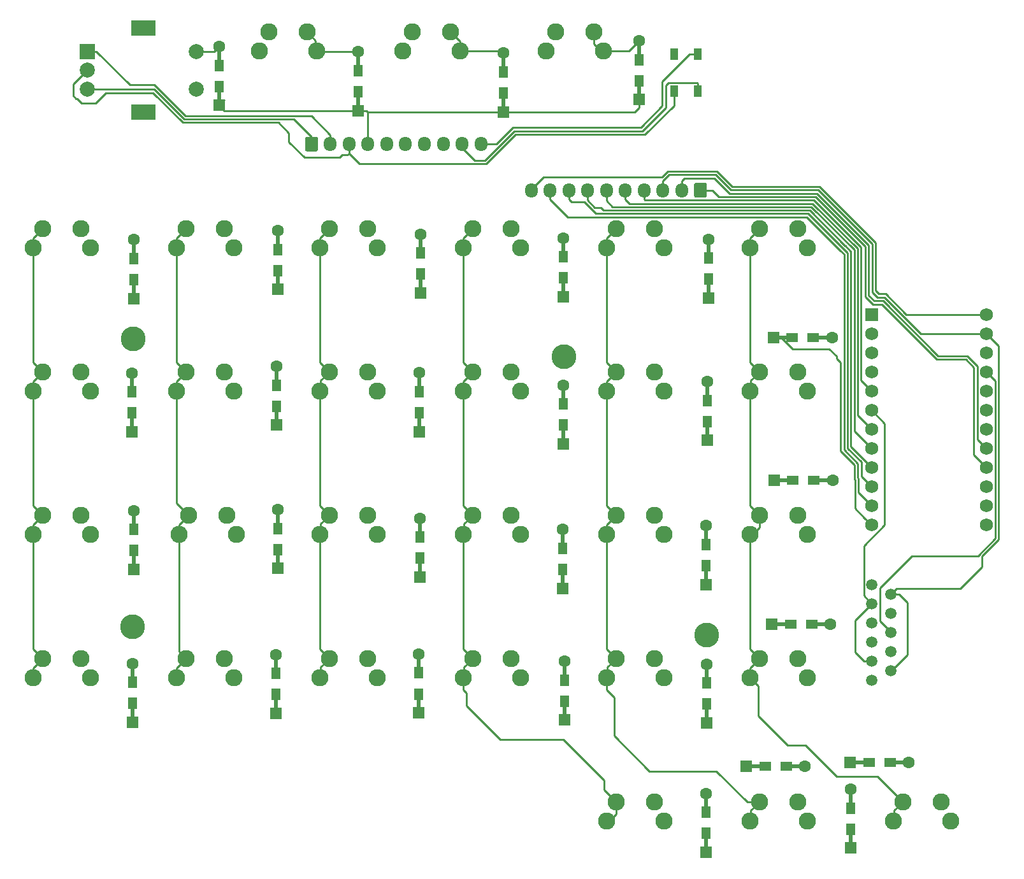
<source format=gtl>
G04 #@! TF.GenerationSoftware,KiCad,Pcbnew,(5.1.5-0-10_14)*
G04 #@! TF.CreationDate,2021-05-07T17:03:44+03:00*
G04 #@! TF.ProjectId,Sotka,536f746b-612e-46b6-9963-61645f706362,rev?*
G04 #@! TF.SameCoordinates,Original*
G04 #@! TF.FileFunction,Copper,L1,Top*
G04 #@! TF.FilePolarity,Positive*
%FSLAX46Y46*%
G04 Gerber Fmt 4.6, Leading zero omitted, Abs format (unit mm)*
G04 Created by KiCad (PCBNEW (5.1.5-0-10_14)) date 2021-05-07 17:03:44*
%MOMM*%
%LPD*%
G04 APERTURE LIST*
%ADD10C,3.300000*%
%ADD11C,1.500000*%
%ADD12R,0.500000X2.900000*%
%ADD13R,1.600000X1.600000*%
%ADD14C,1.600000*%
%ADD15R,1.200000X1.600000*%
%ADD16R,2.900000X0.500000*%
%ADD17R,1.600000X1.200000*%
%ADD18C,2.286000*%
%ADD19C,2.000000*%
%ADD20R,3.200000X2.000000*%
%ADD21R,2.000000X2.000000*%
%ADD22C,1.752600*%
%ADD23R,1.752600X1.752600*%
%ADD24O,1.700000X1.950000*%
%ADD25C,0.100000*%
%ADD26R,1.000000X1.500000*%
%ADD27C,0.250000*%
G04 APERTURE END LIST*
D10*
X100060000Y-69100000D03*
X42740000Y-104980000D03*
X42870000Y-66740000D03*
X119050000Y-106050000D03*
D11*
X143540000Y-105730000D03*
X141000000Y-112080000D03*
X141000000Y-107000000D03*
X143540000Y-108270000D03*
X143540000Y-110810000D03*
X141000000Y-109540000D03*
D12*
X42760000Y-116270000D03*
X42760000Y-111270000D03*
D13*
X42760000Y-117670000D03*
D14*
X42760000Y-109870000D03*
D15*
X42760000Y-112370000D03*
X42760000Y-115170000D03*
D12*
X42690000Y-77670000D03*
X42690000Y-72670000D03*
D13*
X42690000Y-79070000D03*
D14*
X42690000Y-71270000D03*
D15*
X42690000Y-73770000D03*
X42690000Y-76570000D03*
D12*
X42930000Y-95950000D03*
X42930000Y-90950000D03*
D13*
X42930000Y-97350000D03*
D14*
X42930000Y-89550000D03*
D15*
X42930000Y-92050000D03*
X42930000Y-94850000D03*
D12*
X42890000Y-59950000D03*
X42890000Y-54950000D03*
D13*
X42890000Y-61350000D03*
D14*
X42890000Y-53550000D03*
D15*
X42890000Y-56050000D03*
X42890000Y-58850000D03*
D12*
X61820000Y-115080000D03*
X61820000Y-110080000D03*
D13*
X61820000Y-116480000D03*
D14*
X61820000Y-108680000D03*
D15*
X61820000Y-111180000D03*
X61820000Y-113980000D03*
D12*
X61860000Y-76770000D03*
X61860000Y-71770000D03*
D13*
X61860000Y-78170000D03*
D14*
X61860000Y-70370000D03*
D15*
X61860000Y-72870000D03*
X61860000Y-75670000D03*
D12*
X62030000Y-95830000D03*
X62030000Y-90830000D03*
D13*
X62030000Y-97230000D03*
D14*
X62030000Y-89430000D03*
D15*
X62030000Y-91930000D03*
X62030000Y-94730000D03*
D12*
X62020000Y-58750000D03*
X62020000Y-53750000D03*
D13*
X62020000Y-60150000D03*
D14*
X62020000Y-52350000D03*
D15*
X62020000Y-54850000D03*
X62020000Y-57650000D03*
D12*
X80800000Y-115022500D03*
X80800000Y-110022500D03*
D13*
X80800000Y-116422500D03*
D14*
X80800000Y-108622500D03*
D15*
X80800000Y-111122500D03*
X80800000Y-113922500D03*
D12*
X118970000Y-133532500D03*
X118970000Y-128532500D03*
D13*
X118970000Y-134932500D03*
D14*
X118970000Y-127132500D03*
D15*
X118970000Y-129632500D03*
X118970000Y-132432500D03*
D12*
X80830000Y-77642500D03*
X80830000Y-72642500D03*
D13*
X80830000Y-79042500D03*
D14*
X80830000Y-71242500D03*
D15*
X80830000Y-73742500D03*
X80830000Y-76542500D03*
D12*
X80910000Y-96982500D03*
X80910000Y-91982500D03*
D13*
X80910000Y-98382500D03*
D14*
X80910000Y-90582500D03*
D15*
X80910000Y-93082500D03*
X80910000Y-95882500D03*
D12*
X80990000Y-59192500D03*
X80990000Y-54192500D03*
D13*
X80990000Y-60592500D03*
D14*
X80990000Y-52792500D03*
D15*
X80990000Y-55292500D03*
X80990000Y-58092500D03*
D12*
X100120000Y-115985000D03*
X100120000Y-110985000D03*
D13*
X100120000Y-117385000D03*
D14*
X100120000Y-109585000D03*
D15*
X100120000Y-112085000D03*
X100120000Y-114885000D03*
D12*
X138150000Y-132980000D03*
X138150000Y-127980000D03*
D13*
X138150000Y-134380000D03*
D14*
X138150000Y-126580000D03*
D15*
X138150000Y-129080000D03*
X138150000Y-131880000D03*
D12*
X99950000Y-79275000D03*
X99950000Y-74275000D03*
D13*
X99950000Y-80675000D03*
D14*
X99950000Y-72875000D03*
D15*
X99950000Y-75375000D03*
X99950000Y-78175000D03*
D12*
X99940000Y-98475000D03*
X99940000Y-93475000D03*
D13*
X99940000Y-99875000D03*
D14*
X99940000Y-92075000D03*
D15*
X99940000Y-94575000D03*
X99940000Y-97375000D03*
D12*
X99950000Y-59710000D03*
X99950000Y-54710000D03*
D13*
X99950000Y-61110000D03*
D14*
X99950000Y-53310000D03*
D15*
X99950000Y-55810000D03*
X99950000Y-58610000D03*
D12*
X119050000Y-116362500D03*
X119050000Y-111362500D03*
D13*
X119050000Y-117762500D03*
D14*
X119050000Y-109962500D03*
D15*
X119050000Y-112462500D03*
X119050000Y-115262500D03*
D16*
X139490000Y-123000000D03*
X144490000Y-123000000D03*
D13*
X138090000Y-123000000D03*
D14*
X145890000Y-123000000D03*
D17*
X143390000Y-123000000D03*
X140590000Y-123000000D03*
D12*
X119140000Y-78822500D03*
X119140000Y-73822500D03*
D13*
X119140000Y-80222500D03*
D14*
X119140000Y-72422500D03*
D15*
X119140000Y-74922500D03*
X119140000Y-77722500D03*
D12*
X118940000Y-97962500D03*
X118940000Y-92962500D03*
D13*
X118940000Y-99362500D03*
D14*
X118940000Y-91562500D03*
D15*
X118940000Y-94062500D03*
X118940000Y-96862500D03*
D12*
X119320000Y-59880000D03*
X119320000Y-54880000D03*
D13*
X119320000Y-61280000D03*
D14*
X119320000Y-53480000D03*
D15*
X119320000Y-55980000D03*
X119320000Y-58780000D03*
D16*
X125690000Y-123510000D03*
X130690000Y-123510000D03*
D13*
X124290000Y-123510000D03*
D14*
X132090000Y-123510000D03*
D17*
X129590000Y-123510000D03*
X126790000Y-123510000D03*
D16*
X129380000Y-85480000D03*
X134380000Y-85480000D03*
D13*
X127980000Y-85480000D03*
D14*
X135780000Y-85480000D03*
D17*
X133280000Y-85480000D03*
X130480000Y-85480000D03*
D16*
X129100000Y-104680000D03*
X134100000Y-104680000D03*
D13*
X127700000Y-104680000D03*
D14*
X135500000Y-104680000D03*
D17*
X133000000Y-104680000D03*
X130200000Y-104680000D03*
D16*
X129300000Y-66510000D03*
X134300000Y-66510000D03*
D13*
X127900000Y-66510000D03*
D14*
X135700000Y-66510000D03*
D17*
X133200000Y-66510000D03*
X130400000Y-66510000D03*
D18*
X29527500Y-111760000D03*
X35877500Y-109220000D03*
X30797500Y-109220000D03*
X37147500Y-111760000D03*
X29527500Y-73660000D03*
X35877500Y-71120000D03*
X30797500Y-71120000D03*
X37147500Y-73660000D03*
X29527500Y-92710000D03*
X35877500Y-90170000D03*
X30797500Y-90170000D03*
X37147500Y-92710000D03*
X48577500Y-111760000D03*
X54927500Y-109220000D03*
X49847500Y-109220000D03*
X56197500Y-111760000D03*
X48577500Y-73660000D03*
X54927500Y-71120000D03*
X49847500Y-71120000D03*
X56197500Y-73660000D03*
X48895000Y-92710000D03*
X55245000Y-90170000D03*
X50165000Y-90170000D03*
X56515000Y-92710000D03*
X48577500Y-54610000D03*
X54927500Y-52070000D03*
X49847500Y-52070000D03*
X56197500Y-54610000D03*
X67627500Y-111760000D03*
X73977500Y-109220000D03*
X68897500Y-109220000D03*
X75247500Y-111760000D03*
X105727500Y-130810000D03*
X112077500Y-128270000D03*
X106997500Y-128270000D03*
X113347500Y-130810000D03*
X67627500Y-73660000D03*
X73977500Y-71120000D03*
X68897500Y-71120000D03*
X75247500Y-73660000D03*
X67627500Y-92710000D03*
X73977500Y-90170000D03*
X68897500Y-90170000D03*
X75247500Y-92710000D03*
X67627500Y-54610000D03*
X73977500Y-52070000D03*
X68897500Y-52070000D03*
X75247500Y-54610000D03*
X86677500Y-111760000D03*
X93027500Y-109220000D03*
X87947500Y-109220000D03*
X94297500Y-111760000D03*
X124777500Y-130810000D03*
X131127500Y-128270000D03*
X126047500Y-128270000D03*
X132397500Y-130810000D03*
X86677500Y-73660000D03*
X93027500Y-71120000D03*
X87947500Y-71120000D03*
X94297500Y-73660000D03*
X86677500Y-92710000D03*
X93027500Y-90170000D03*
X87947500Y-90170000D03*
X94297500Y-92710000D03*
X86677500Y-54610000D03*
X93027500Y-52070000D03*
X87947500Y-52070000D03*
X94297500Y-54610000D03*
X105727500Y-111760000D03*
X112077500Y-109220000D03*
X106997500Y-109220000D03*
X113347500Y-111760000D03*
X143827500Y-130810000D03*
X150177500Y-128270000D03*
X145097500Y-128270000D03*
X151447500Y-130810000D03*
X105727500Y-73660000D03*
X112077500Y-71120000D03*
X106997500Y-71120000D03*
X113347500Y-73660000D03*
X105727500Y-92710000D03*
X112077500Y-90170000D03*
X106997500Y-90170000D03*
X113347500Y-92710000D03*
X105727500Y-54610000D03*
X112077500Y-52070000D03*
X106997500Y-52070000D03*
X113347500Y-54610000D03*
X124777500Y-111760000D03*
X131127500Y-109220000D03*
X126047500Y-109220000D03*
X132397500Y-111760000D03*
X124777500Y-73660000D03*
X131127500Y-71120000D03*
X126047500Y-71120000D03*
X132397500Y-73660000D03*
X124777500Y-92710000D03*
X131127500Y-90170000D03*
X126047500Y-90170000D03*
X132397500Y-92710000D03*
X124777500Y-54610000D03*
X131127500Y-52070000D03*
X126047500Y-52070000D03*
X132397500Y-54610000D03*
X29527500Y-54610000D03*
X35877500Y-52070000D03*
X30797500Y-52070000D03*
X37147500Y-54610000D03*
D19*
X51217500Y-33512500D03*
X51217500Y-28512500D03*
D20*
X44217500Y-36612500D03*
X44217500Y-25412500D03*
D19*
X36717500Y-33512500D03*
X36717500Y-31012500D03*
D21*
X36717500Y-28512500D03*
D22*
X156190000Y-63500000D03*
X140950000Y-91440000D03*
X156190000Y-66040000D03*
X156190000Y-68580000D03*
X156190000Y-71120000D03*
X156190000Y-73660000D03*
X156190000Y-76200000D03*
X156190000Y-78740000D03*
X156190000Y-81280000D03*
X156190000Y-83820000D03*
X156190000Y-86360000D03*
X156190000Y-88900000D03*
X156190000Y-91440000D03*
X140950000Y-88900000D03*
X140950000Y-86360000D03*
X140950000Y-83820000D03*
X140950000Y-81280000D03*
X140950000Y-78740000D03*
X140950000Y-76200000D03*
X140950000Y-73660000D03*
X140950000Y-71120000D03*
X140950000Y-68580000D03*
X140950000Y-66040000D03*
D23*
X140950000Y-63500000D03*
D12*
X54240000Y-34280000D03*
X54240000Y-29280000D03*
D13*
X54240000Y-35680000D03*
D14*
X54240000Y-27880000D03*
D15*
X54240000Y-30380000D03*
X54240000Y-33180000D03*
D12*
X72740000Y-34970000D03*
X72740000Y-29970000D03*
D13*
X72740000Y-36370000D03*
D14*
X72740000Y-28570000D03*
D15*
X72740000Y-31070000D03*
X72740000Y-33870000D03*
D12*
X92050000Y-35140000D03*
X92050000Y-30140000D03*
D13*
X92050000Y-36540000D03*
D14*
X92050000Y-28740000D03*
D15*
X92050000Y-31240000D03*
X92050000Y-34040000D03*
D12*
X110080000Y-33500000D03*
X110080000Y-28500000D03*
D13*
X110080000Y-34900000D03*
D14*
X110080000Y-27100000D03*
D15*
X110080000Y-29600000D03*
X110080000Y-32400000D03*
D24*
X89030000Y-40820000D03*
X86530000Y-40820000D03*
X84030000Y-40820000D03*
X81530000Y-40820000D03*
X79030000Y-40820000D03*
X76530000Y-40820000D03*
X74030000Y-40820000D03*
X71530000Y-40820000D03*
X69030000Y-40820000D03*
G04 #@! TA.AperFunction,ComponentPad*
D25*
G36*
X67154504Y-39846204D02*
G01*
X67178773Y-39849804D01*
X67202571Y-39855765D01*
X67225671Y-39864030D01*
X67247849Y-39874520D01*
X67268893Y-39887133D01*
X67288598Y-39901747D01*
X67306777Y-39918223D01*
X67323253Y-39936402D01*
X67337867Y-39956107D01*
X67350480Y-39977151D01*
X67360970Y-39999329D01*
X67369235Y-40022429D01*
X67375196Y-40046227D01*
X67378796Y-40070496D01*
X67380000Y-40095000D01*
X67380000Y-41545000D01*
X67378796Y-41569504D01*
X67375196Y-41593773D01*
X67369235Y-41617571D01*
X67360970Y-41640671D01*
X67350480Y-41662849D01*
X67337867Y-41683893D01*
X67323253Y-41703598D01*
X67306777Y-41721777D01*
X67288598Y-41738253D01*
X67268893Y-41752867D01*
X67247849Y-41765480D01*
X67225671Y-41775970D01*
X67202571Y-41784235D01*
X67178773Y-41790196D01*
X67154504Y-41793796D01*
X67130000Y-41795000D01*
X65930000Y-41795000D01*
X65905496Y-41793796D01*
X65881227Y-41790196D01*
X65857429Y-41784235D01*
X65834329Y-41775970D01*
X65812151Y-41765480D01*
X65791107Y-41752867D01*
X65771402Y-41738253D01*
X65753223Y-41721777D01*
X65736747Y-41703598D01*
X65722133Y-41683893D01*
X65709520Y-41662849D01*
X65699030Y-41640671D01*
X65690765Y-41617571D01*
X65684804Y-41593773D01*
X65681204Y-41569504D01*
X65680000Y-41545000D01*
X65680000Y-40095000D01*
X65681204Y-40070496D01*
X65684804Y-40046227D01*
X65690765Y-40022429D01*
X65699030Y-39999329D01*
X65709520Y-39977151D01*
X65722133Y-39956107D01*
X65736747Y-39936402D01*
X65753223Y-39918223D01*
X65771402Y-39901747D01*
X65791107Y-39887133D01*
X65812151Y-39874520D01*
X65834329Y-39864030D01*
X65857429Y-39855765D01*
X65881227Y-39849804D01*
X65905496Y-39846204D01*
X65930000Y-39845000D01*
X67130000Y-39845000D01*
X67154504Y-39846204D01*
G37*
G04 #@! TD.AperFunction*
D24*
X95720000Y-46950000D03*
X98220000Y-46950000D03*
X100720000Y-46950000D03*
X103220000Y-46950000D03*
X105720000Y-46950000D03*
X108220000Y-46950000D03*
X110720000Y-46950000D03*
X113220000Y-46950000D03*
X115720000Y-46950000D03*
G04 #@! TA.AperFunction,ComponentPad*
D25*
G36*
X118844504Y-45976204D02*
G01*
X118868773Y-45979804D01*
X118892571Y-45985765D01*
X118915671Y-45994030D01*
X118937849Y-46004520D01*
X118958893Y-46017133D01*
X118978598Y-46031747D01*
X118996777Y-46048223D01*
X119013253Y-46066402D01*
X119027867Y-46086107D01*
X119040480Y-46107151D01*
X119050970Y-46129329D01*
X119059235Y-46152429D01*
X119065196Y-46176227D01*
X119068796Y-46200496D01*
X119070000Y-46225000D01*
X119070000Y-47675000D01*
X119068796Y-47699504D01*
X119065196Y-47723773D01*
X119059235Y-47747571D01*
X119050970Y-47770671D01*
X119040480Y-47792849D01*
X119027867Y-47813893D01*
X119013253Y-47833598D01*
X118996777Y-47851777D01*
X118978598Y-47868253D01*
X118958893Y-47882867D01*
X118937849Y-47895480D01*
X118915671Y-47905970D01*
X118892571Y-47914235D01*
X118868773Y-47920196D01*
X118844504Y-47923796D01*
X118820000Y-47925000D01*
X117620000Y-47925000D01*
X117595496Y-47923796D01*
X117571227Y-47920196D01*
X117547429Y-47914235D01*
X117524329Y-47905970D01*
X117502151Y-47895480D01*
X117481107Y-47882867D01*
X117461402Y-47868253D01*
X117443223Y-47851777D01*
X117426747Y-47833598D01*
X117412133Y-47813893D01*
X117399520Y-47792849D01*
X117389030Y-47770671D01*
X117380765Y-47747571D01*
X117374804Y-47723773D01*
X117371204Y-47699504D01*
X117370000Y-47675000D01*
X117370000Y-46225000D01*
X117371204Y-46200496D01*
X117374804Y-46176227D01*
X117380765Y-46152429D01*
X117389030Y-46129329D01*
X117399520Y-46107151D01*
X117412133Y-46086107D01*
X117426747Y-46066402D01*
X117443223Y-46048223D01*
X117461402Y-46031747D01*
X117481107Y-46017133D01*
X117502151Y-46004520D01*
X117524329Y-45994030D01*
X117547429Y-45985765D01*
X117571227Y-45979804D01*
X117595496Y-45976204D01*
X117620000Y-45975000D01*
X118820000Y-45975000D01*
X118844504Y-45976204D01*
G37*
G04 #@! TD.AperFunction*
D18*
X59602500Y-28472500D03*
X65952500Y-25932500D03*
X60872500Y-25932500D03*
X67222500Y-28472500D03*
X78652500Y-28472500D03*
X85002500Y-25932500D03*
X79922500Y-25932500D03*
X86272500Y-28472500D03*
X97702500Y-28472500D03*
X104052500Y-25932500D03*
X98972500Y-25932500D03*
X105322500Y-28472500D03*
D26*
X117880000Y-28900000D03*
X114680000Y-28900000D03*
X117880000Y-33800000D03*
X114680000Y-33800000D03*
D11*
X143540000Y-105735000D03*
X141000000Y-99385000D03*
X141000000Y-104465000D03*
X143540000Y-103195000D03*
X143540000Y-100655000D03*
X141000000Y-101925000D03*
D27*
X53607500Y-28512500D02*
X54240000Y-27880000D01*
X51217500Y-28512500D02*
X53607500Y-28512500D01*
X128950000Y-66510000D02*
X130500000Y-68060000D01*
X127900000Y-66510000D02*
X128950000Y-66510000D01*
X135320000Y-68060000D02*
X136299980Y-69039980D01*
X130500000Y-68060000D02*
X135320000Y-68060000D01*
X136299980Y-69309980D02*
X136839972Y-69849972D01*
X136299980Y-69039980D02*
X136299980Y-69309980D01*
X136839972Y-81629972D02*
X138681775Y-83471775D01*
X136839972Y-69849972D02*
X136839972Y-81629972D01*
X140073701Y-90563701D02*
X140950000Y-91440000D01*
X138729990Y-89219990D02*
X140073701Y-90563701D01*
X138729990Y-85459990D02*
X138729990Y-89219990D01*
X138681775Y-85411775D02*
X138729990Y-85459990D01*
X138681775Y-83471775D02*
X138681775Y-85411775D01*
X67095499Y-28345499D02*
X67222500Y-28472500D01*
X67095499Y-27075499D02*
X67095499Y-28345499D01*
X65952500Y-25932500D02*
X67095499Y-27075499D01*
X72740000Y-28770000D02*
X72740000Y-29970000D01*
X72240000Y-28270000D02*
X72740000Y-28770000D01*
X67320000Y-28570000D02*
X67222500Y-28472500D01*
X72740000Y-28570000D02*
X67320000Y-28570000D01*
X86272500Y-27202500D02*
X86272500Y-28472500D01*
X85002500Y-25932500D02*
X86272500Y-27202500D01*
X91782500Y-28472500D02*
X92050000Y-28740000D01*
X86272500Y-28472500D02*
X91782500Y-28472500D01*
X110720000Y-46950000D02*
X110720000Y-47075000D01*
X110824952Y-48279952D02*
X110720000Y-48175000D01*
X110720000Y-48175000D02*
X110720000Y-46950000D01*
X133295592Y-48279952D02*
X110824952Y-48279952D01*
X139548588Y-54532948D02*
X133295592Y-48279952D01*
X139548590Y-55318590D02*
X139548588Y-55318588D01*
X139548590Y-72258590D02*
X139548590Y-55318590D01*
X139548588Y-55318588D02*
X139548588Y-54532948D01*
X140950000Y-73660000D02*
X139548590Y-72258590D01*
X104976054Y-28472500D02*
X105322500Y-28472500D01*
X104052500Y-27548946D02*
X104976054Y-28472500D01*
X104052500Y-25932500D02*
X104052500Y-27548946D01*
X108707500Y-28472500D02*
X110080000Y-27100000D01*
X105322500Y-28472500D02*
X108707500Y-28472500D01*
X143560000Y-105735000D02*
X143540000Y-105735000D01*
X146325201Y-95554799D02*
X155075201Y-95554799D01*
X142075001Y-99804999D02*
X146325201Y-95554799D01*
X157066299Y-71996299D02*
X156190000Y-71120000D01*
X157391301Y-72321301D02*
X157066299Y-71996299D01*
X157391301Y-93238699D02*
X157391301Y-72321301D01*
X155075201Y-95554799D02*
X157391301Y-93238699D01*
X142075001Y-104250001D02*
X142075001Y-99804999D01*
X143560000Y-105735000D02*
X142075001Y-104250001D01*
X144600660Y-100655000D02*
X145700000Y-101754340D01*
X143540000Y-100655000D02*
X144600660Y-100655000D01*
X145700000Y-108675000D02*
X143560000Y-110815000D01*
X145700000Y-101754340D02*
X145700000Y-108675000D01*
X147482820Y-66040000D02*
X151346410Y-66040000D01*
X113220000Y-46950000D02*
X113220000Y-45725000D01*
X141030018Y-60510018D02*
X141739980Y-61219980D01*
X151346410Y-66040000D02*
X156190000Y-66040000D01*
X141030018Y-54105150D02*
X141030018Y-60510018D01*
X141739980Y-61219980D02*
X142662801Y-61219981D01*
X133854793Y-46929925D02*
X141030018Y-54105150D01*
X113220000Y-45725000D02*
X114045010Y-44899990D01*
X122246334Y-46929924D02*
X133854793Y-46929925D01*
X142662801Y-61219981D02*
X147482820Y-66040000D01*
X114045010Y-44899990D02*
X120216400Y-44899990D01*
X120216400Y-44899990D02*
X122246334Y-46929924D01*
X157841311Y-67691311D02*
X157066299Y-66916299D01*
X157841311Y-93425099D02*
X157841311Y-67691311D01*
X157066299Y-66916299D02*
X156190000Y-66040000D01*
X155650000Y-95616410D02*
X157841311Y-93425099D01*
X155650000Y-97020000D02*
X155650000Y-95616410D01*
X152764999Y-99905001D02*
X155650000Y-97020000D01*
X144289999Y-99905001D02*
X152764999Y-99905001D01*
X143540000Y-100655000D02*
X144289999Y-99905001D01*
X139959340Y-109545000D02*
X138800000Y-108385660D01*
X141020000Y-109545000D02*
X139959340Y-109545000D01*
X138800000Y-104125000D02*
X141000000Y-101925000D01*
X138800000Y-108385660D02*
X138800000Y-104125000D01*
X139924999Y-94242927D02*
X142690000Y-91477926D01*
X139924999Y-100849999D02*
X139924999Y-94242927D01*
X141000000Y-101925000D02*
X139924999Y-100849999D01*
X142690000Y-77940000D02*
X140950000Y-76200000D01*
X142690000Y-91477926D02*
X142690000Y-77940000D01*
X141020000Y-109545000D02*
X141020000Y-109430000D01*
X29527500Y-53340000D02*
X29527500Y-54610000D01*
X30797500Y-52070000D02*
X29527500Y-53340000D01*
X29527500Y-69850000D02*
X30797500Y-71120000D01*
X29527500Y-54610000D02*
X29527500Y-69850000D01*
X29527500Y-72390000D02*
X29527500Y-73660000D01*
X30797500Y-71120000D02*
X29527500Y-72390000D01*
X29527500Y-88900000D02*
X30797500Y-90170000D01*
X29527500Y-73660000D02*
X29527500Y-88900000D01*
X29527500Y-91440000D02*
X29527500Y-92710000D01*
X30797500Y-90170000D02*
X29527500Y-91440000D01*
X29527500Y-107950000D02*
X30797500Y-109220000D01*
X29527500Y-92710000D02*
X29527500Y-107950000D01*
X29527500Y-110490000D02*
X29527500Y-111760000D01*
X30797500Y-109220000D02*
X29527500Y-110490000D01*
X137261421Y-54805011D02*
X137275011Y-54805011D01*
X132536401Y-50079991D02*
X137261421Y-54805011D01*
X100720000Y-48175000D02*
X101066400Y-48521400D01*
X100720000Y-46950000D02*
X100720000Y-48175000D01*
X104299991Y-50079991D02*
X132536401Y-50079991D01*
X102741400Y-48521400D02*
X104299991Y-50079991D01*
X101066400Y-48521400D02*
X102741400Y-48521400D01*
X137261421Y-54811421D02*
X137261421Y-54805011D01*
X137739990Y-55289990D02*
X137261421Y-54811421D01*
X137739990Y-81246400D02*
X137739990Y-55289990D01*
X139581795Y-83088205D02*
X137739990Y-81246400D01*
X139581795Y-84991795D02*
X139581795Y-83088205D01*
X140950000Y-86360000D02*
X139581795Y-84991795D01*
X48577500Y-53340000D02*
X48577500Y-54610000D01*
X49847500Y-52070000D02*
X48577500Y-53340000D01*
X48577500Y-69850000D02*
X49847500Y-71120000D01*
X48577500Y-54610000D02*
X48577500Y-69850000D01*
X48577500Y-72390000D02*
X48577500Y-73660000D01*
X49847500Y-71120000D02*
X48577500Y-72390000D01*
X48577500Y-88582500D02*
X50165000Y-90170000D01*
X48577500Y-73660000D02*
X48577500Y-88582500D01*
X48895000Y-91440000D02*
X48895000Y-92710000D01*
X50165000Y-90170000D02*
X48895000Y-91440000D01*
X48895000Y-108267500D02*
X49847500Y-109220000D01*
X48895000Y-92710000D02*
X48895000Y-108267500D01*
X48577500Y-110490000D02*
X48577500Y-111760000D01*
X49847500Y-109220000D02*
X48577500Y-110490000D01*
X138190000Y-55083590D02*
X138190000Y-81060000D01*
X137461411Y-54355001D02*
X138190000Y-55083590D01*
X137447821Y-54355001D02*
X137461411Y-54355001D01*
X132722800Y-49629982D02*
X137447821Y-54355001D01*
X103220000Y-48300000D02*
X104180000Y-49260000D01*
X104180000Y-49260000D02*
X104950000Y-49260000D01*
X138190000Y-81060000D02*
X140950000Y-83820000D01*
X105319981Y-49629981D02*
X132722800Y-49629982D01*
X104950000Y-49260000D02*
X105319981Y-49629981D01*
X103220000Y-46950000D02*
X103220000Y-48300000D01*
X67627500Y-53340000D02*
X67627500Y-54610000D01*
X68897500Y-52070000D02*
X67627500Y-53340000D01*
X67627500Y-69850000D02*
X68897500Y-71120000D01*
X67627500Y-54610000D02*
X67627500Y-69850000D01*
X67754501Y-73532999D02*
X67627500Y-73660000D01*
X67754501Y-72262999D02*
X67754501Y-73532999D01*
X68897500Y-71120000D02*
X67754501Y-72262999D01*
X67627500Y-88900000D02*
X68897500Y-90170000D01*
X67627500Y-73660000D02*
X67627500Y-88900000D01*
X67754501Y-92582999D02*
X67627500Y-92710000D01*
X67754501Y-91312999D02*
X67754501Y-92582999D01*
X68897500Y-90170000D02*
X67754501Y-91312999D01*
X67627500Y-107950000D02*
X68897500Y-109220000D01*
X67627500Y-92710000D02*
X67627500Y-107950000D01*
X67754501Y-111632999D02*
X67627500Y-111760000D01*
X67754501Y-110362999D02*
X67754501Y-111632999D01*
X68897500Y-109220000D02*
X67754501Y-110362999D01*
X138648570Y-54905750D02*
X138648570Y-78978570D01*
X138648570Y-78978570D02*
X140950000Y-81280000D01*
X105720000Y-46950000D02*
X105720000Y-48175000D01*
X138648570Y-54905750D02*
X132922792Y-49179972D01*
X132922792Y-49179972D02*
X106549972Y-49179972D01*
X105720000Y-48350000D02*
X105720000Y-48175000D01*
X106549972Y-49179972D02*
X105720000Y-48350000D01*
X86677500Y-53340000D02*
X86677500Y-54610000D01*
X87947500Y-52070000D02*
X86677500Y-53340000D01*
X86677500Y-69850000D02*
X87947500Y-71120000D01*
X86677500Y-54610000D02*
X86677500Y-69850000D01*
X86677500Y-72390000D02*
X86677500Y-73660000D01*
X87947500Y-71120000D02*
X86677500Y-72390000D01*
X86677500Y-88900000D02*
X87947500Y-90170000D01*
X86677500Y-73660000D02*
X86677500Y-88900000D01*
X86804501Y-91312999D02*
X86804501Y-92582999D01*
X86804501Y-92582999D02*
X86677500Y-92710000D01*
X87947500Y-90170000D02*
X86804501Y-91312999D01*
X86677500Y-107950000D02*
X87947500Y-109220000D01*
X86677500Y-92710000D02*
X86677500Y-107950000D01*
X86804501Y-111632999D02*
X86677500Y-111760000D01*
X86804501Y-110362999D02*
X86804501Y-111632999D01*
X87947500Y-109220000D02*
X86804501Y-110362999D01*
X105400000Y-126672500D02*
X106997500Y-128270000D01*
X105400000Y-125400000D02*
X105400000Y-126672500D01*
X100010000Y-120010000D02*
X105400000Y-125400000D01*
X91630000Y-120010000D02*
X100010000Y-120010000D01*
X87080000Y-115460000D02*
X91630000Y-120010000D01*
X87080000Y-113778946D02*
X87080000Y-115460000D01*
X86677500Y-113376446D02*
X87080000Y-113778946D01*
X86677500Y-111760000D02*
X86677500Y-113376446D01*
X106073946Y-130810000D02*
X105727500Y-130810000D01*
X106997500Y-129886446D02*
X106073946Y-130810000D01*
X106997500Y-128270000D02*
X106997500Y-129886446D01*
X108220000Y-48175000D02*
X108220000Y-46950000D01*
X139098580Y-76888580D02*
X139098579Y-54719349D01*
X133109192Y-48729962D02*
X108774962Y-48729962D01*
X139098579Y-54719349D02*
X133109192Y-48729962D01*
X108774962Y-48729962D02*
X108220000Y-48175000D01*
X140950000Y-78740000D02*
X139098580Y-76888580D01*
X105727500Y-53340000D02*
X105727500Y-54610000D01*
X106997500Y-52070000D02*
X105727500Y-53340000D01*
X105727500Y-69850000D02*
X106997500Y-71120000D01*
X105727500Y-54610000D02*
X105727500Y-69850000D01*
X105727500Y-72390000D02*
X105727500Y-73660000D01*
X106997500Y-71120000D02*
X105727500Y-72390000D01*
X105727500Y-88900000D02*
X106997500Y-90170000D01*
X105727500Y-73660000D02*
X105727500Y-88900000D01*
X105727500Y-91440000D02*
X105727500Y-92710000D01*
X106997500Y-90170000D02*
X105727500Y-91440000D01*
X105727500Y-107950000D02*
X106997500Y-109220000D01*
X105727500Y-92710000D02*
X105727500Y-107950000D01*
X105854501Y-111632999D02*
X105727500Y-111760000D01*
X105854501Y-110362999D02*
X105854501Y-111632999D01*
X106997500Y-109220000D02*
X105854501Y-110362999D01*
X105727500Y-113376446D02*
X106750000Y-114398946D01*
X105727500Y-111760000D02*
X105727500Y-113376446D01*
X106750000Y-114398946D02*
X106750000Y-119490000D01*
X106750000Y-119490000D02*
X111450000Y-124190000D01*
X124431054Y-128270000D02*
X126047500Y-128270000D01*
X120351054Y-124190000D02*
X124431054Y-128270000D01*
X111450000Y-124190000D02*
X120351054Y-124190000D01*
X124904501Y-129412999D02*
X124904501Y-130682999D01*
X124904501Y-130682999D02*
X124777500Y-130810000D01*
X126047500Y-128270000D02*
X124904501Y-129412999D01*
X124777500Y-53340000D02*
X124777500Y-54610000D01*
X126047500Y-52070000D02*
X124777500Y-53340000D01*
X124777500Y-69850000D02*
X126047500Y-71120000D01*
X124777500Y-54610000D02*
X124777500Y-69850000D01*
X124904501Y-73532999D02*
X124777500Y-73660000D01*
X124904501Y-72262999D02*
X124904501Y-73532999D01*
X126047500Y-71120000D02*
X124904501Y-72262999D01*
X124777500Y-88900000D02*
X126047500Y-90170000D01*
X124777500Y-73660000D02*
X124777500Y-88900000D01*
X125123946Y-92710000D02*
X124777500Y-92710000D01*
X126047500Y-91786446D02*
X125123946Y-92710000D01*
X126047500Y-90170000D02*
X126047500Y-91786446D01*
X124777500Y-107950000D02*
X126047500Y-109220000D01*
X124777500Y-92710000D02*
X124777500Y-107950000D01*
X124777500Y-110490000D02*
X124777500Y-111760000D01*
X126047500Y-109220000D02*
X124777500Y-110490000D01*
X125920499Y-112902999D02*
X125920499Y-116880499D01*
X124777500Y-111760000D02*
X125920499Y-112902999D01*
X125920499Y-116880499D02*
X129800000Y-120760000D01*
X129800000Y-120760000D02*
X132130000Y-120760000D01*
X132130000Y-120760000D02*
X136270000Y-124900000D01*
X141727500Y-124900000D02*
X145097500Y-128270000D01*
X136270000Y-124900000D02*
X141727500Y-124900000D01*
X143954501Y-130682999D02*
X143827500Y-130810000D01*
X143954501Y-129412999D02*
X143954501Y-130682999D01*
X145097500Y-128270000D02*
X143954501Y-129412999D01*
X120402800Y-44449980D02*
X113858610Y-44449980D01*
X113108590Y-45200000D02*
X97345000Y-45200000D01*
X141480027Y-53918749D02*
X134041194Y-46479916D01*
X156190000Y-63500000D02*
X145579230Y-63500000D01*
X141900000Y-60740000D02*
X141480028Y-60320028D01*
X95720000Y-46825000D02*
X95720000Y-46950000D01*
X134041194Y-46479916D02*
X122432736Y-46479916D01*
X97345000Y-45200000D02*
X95720000Y-46825000D01*
X142819230Y-60740000D02*
X141900000Y-60740000D01*
X145579230Y-63500000D02*
X142819230Y-60740000D01*
X141480028Y-60320028D02*
X141480027Y-53918749D01*
X113858610Y-44449980D02*
X113108590Y-45200000D01*
X122432736Y-46479916D02*
X120402800Y-44449980D01*
X115720000Y-45725000D02*
X115720000Y-46950000D01*
X122059934Y-47379934D02*
X120030000Y-45350000D01*
X116095000Y-45350000D02*
X115720000Y-45725000D01*
X154988699Y-80078699D02*
X154988699Y-70318699D01*
X133668392Y-47379934D02*
X122059934Y-47379934D01*
X142476400Y-61669990D02*
X141299990Y-61669990D01*
X153669990Y-68999990D02*
X149806400Y-68999990D01*
X140580009Y-54291549D02*
X133668392Y-47379934D01*
X154988699Y-70318699D02*
X153669990Y-68999990D01*
X120030000Y-45350000D02*
X116095000Y-45350000D01*
X140580010Y-60950010D02*
X140580009Y-54291549D01*
X149806400Y-68999990D02*
X142476400Y-61669990D01*
X141299990Y-61669990D02*
X140580010Y-60950010D01*
X156190000Y-81280000D02*
X154988699Y-80078699D01*
X154538689Y-82168689D02*
X156190000Y-83820000D01*
X154538689Y-70505099D02*
X154538689Y-82168689D01*
X149620000Y-69450000D02*
X153483590Y-69450000D01*
X120689942Y-47829942D02*
X133481993Y-47829943D01*
X140130000Y-61150000D02*
X141100000Y-62120000D01*
X153483590Y-69450000D02*
X154538689Y-70505099D01*
X142290000Y-62120000D02*
X149620000Y-69450000D01*
X141100000Y-62120000D02*
X142290000Y-62120000D01*
X119810000Y-46950000D02*
X120689942Y-47829942D01*
X140130000Y-54477950D02*
X140130000Y-61150000D01*
X133481993Y-47829943D02*
X140130000Y-54477950D01*
X118220000Y-46950000D02*
X119810000Y-46950000D01*
X116790000Y-28900000D02*
X117880000Y-28900000D01*
X110283600Y-38629990D02*
X113149990Y-35763600D01*
X113149990Y-32540010D02*
X116790000Y-28900000D01*
X93287190Y-38629990D02*
X110283600Y-38629990D01*
X89030000Y-40820000D02*
X91097180Y-40820000D01*
X113149990Y-35763600D02*
X113149990Y-32540010D01*
X91097180Y-40820000D02*
X93287190Y-38629990D01*
X117880000Y-32800000D02*
X117880000Y-33800000D01*
X113919999Y-32724999D02*
X117804999Y-32724999D01*
X113600000Y-35950000D02*
X113600000Y-33044998D01*
X110470000Y-39080000D02*
X113600000Y-35950000D01*
X89553581Y-43000009D02*
X93473590Y-39080000D01*
X117804999Y-32724999D02*
X117880000Y-32800000D01*
X88240009Y-43000009D02*
X89553581Y-43000009D01*
X113600000Y-33044998D02*
X113919999Y-32724999D01*
X86530000Y-41290000D02*
X88240009Y-43000009D01*
X93473590Y-39080000D02*
X110470000Y-39080000D01*
X73790000Y-36370000D02*
X72740000Y-36370000D01*
X74030000Y-36610000D02*
X73790000Y-36370000D01*
X74030000Y-40820000D02*
X74030000Y-36610000D01*
X72740000Y-34970000D02*
X72740000Y-36370000D01*
X54950000Y-34970000D02*
X54240000Y-35680000D01*
X91880000Y-34970000D02*
X92050000Y-35140000D01*
X92050000Y-35140000D02*
X92050000Y-36540000D01*
X109840000Y-35140000D02*
X110080000Y-34900000D01*
X54930000Y-36370000D02*
X54240000Y-35680000D01*
X72740000Y-36370000D02*
X54930000Y-36370000D01*
X74100000Y-36540000D02*
X92050000Y-36540000D01*
X74030000Y-36610000D02*
X74100000Y-36540000D01*
X110080000Y-35950000D02*
X110080000Y-34900000D01*
X109490000Y-36540000D02*
X110080000Y-35950000D01*
X92050000Y-36540000D02*
X109490000Y-36540000D01*
X70620000Y-42250000D02*
X70240000Y-42630000D01*
X70240000Y-42630000D02*
X65630000Y-42630000D01*
X65630000Y-42630000D02*
X63540000Y-40540000D01*
X63540000Y-39340000D02*
X62170010Y-37970010D01*
X63540000Y-40540000D02*
X63540000Y-39340000D01*
X49413599Y-37970009D02*
X45473590Y-34030000D01*
X62170010Y-37970010D02*
X49413599Y-37970009D01*
X45473590Y-34030000D02*
X39180000Y-34030000D01*
X39180000Y-34030000D02*
X37810000Y-35400000D01*
X37810000Y-35400000D02*
X36020000Y-35400000D01*
X35392499Y-34772499D02*
X35222499Y-34772499D01*
X36020000Y-35400000D02*
X35392499Y-34772499D01*
X35222499Y-34772499D02*
X34860000Y-34410000D01*
X34860000Y-32870000D02*
X36717500Y-31012500D01*
X34860000Y-34410000D02*
X34860000Y-32870000D01*
X71530000Y-40820000D02*
X71530000Y-42045000D01*
X71325000Y-42250000D02*
X71530000Y-42045000D01*
X70620000Y-42250000D02*
X71325000Y-42250000D01*
X72035000Y-42550000D02*
X71530000Y-42045000D01*
X72935019Y-43450019D02*
X72035000Y-42550000D01*
X89739981Y-43450019D02*
X72935019Y-43450019D01*
X93640000Y-39550000D02*
X89739981Y-43450019D01*
X114680000Y-35690000D02*
X110820000Y-39550000D01*
X110820000Y-39550000D02*
X93640000Y-39550000D01*
X114680000Y-33800000D02*
X114680000Y-35690000D01*
X37967500Y-28512500D02*
X42385000Y-32930000D01*
X36717500Y-28512500D02*
X37967500Y-28512500D01*
X42385000Y-32930000D02*
X45646410Y-32930000D01*
X49786400Y-37069990D02*
X66504990Y-37069990D01*
X66504990Y-37069990D02*
X69030000Y-39595000D01*
X45646410Y-32930000D02*
X49786400Y-37069990D01*
X69030000Y-39595000D02*
X69030000Y-40820000D01*
X66530000Y-39845000D02*
X64205000Y-37520000D01*
X64205000Y-37520000D02*
X49600000Y-37520000D01*
X45592500Y-33512500D02*
X36717500Y-33512500D01*
X49600000Y-37520000D02*
X45592500Y-33512500D01*
X139180000Y-87130000D02*
X140950000Y-88900000D01*
X100575000Y-50530000D02*
X132350000Y-50530000D01*
X136825001Y-55015001D02*
X137289980Y-55479980D01*
X139180000Y-85226410D02*
X139180000Y-87130000D01*
X98220000Y-48175000D02*
X100575000Y-50530000D01*
X137289981Y-81432801D02*
X139131785Y-83274605D01*
X137289980Y-55479980D02*
X137289981Y-81432801D01*
X136825001Y-55005001D02*
X136825001Y-55015001D01*
X139131785Y-85178195D02*
X139180000Y-85226410D01*
X98220000Y-46950000D02*
X98220000Y-48175000D01*
X139131785Y-83274605D02*
X139131785Y-85178195D01*
X132350000Y-50530000D02*
X136825001Y-55005001D01*
M02*

</source>
